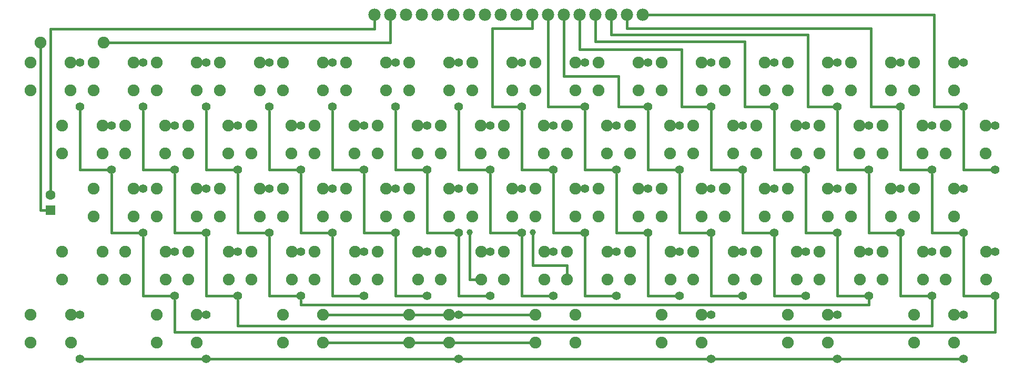
<source format=gtl>
G04 MADE WITH FRITZING*
G04 WWW.FRITZING.ORG*
G04 DOUBLE SIDED*
G04 HOLES PLATED*
G04 CONTOUR ON CENTER OF CONTOUR VECTOR*
%ASAXBY*%
%FSLAX23Y23*%
%MOIN*%
%OFA0B0*%
%SFA1.0B1.0*%
%ADD10C,0.075000*%
%ADD11C,0.062992*%
%ADD12C,0.055433*%
%ADD13C,0.078000*%
%ADD14C,0.039370*%
%ADD15R,0.062992X0.062992*%
%ADD16C,0.016000*%
%LNCOPPER1*%
G90*
G70*
G54D10*
X456Y1791D03*
X200Y1791D03*
X456Y1968D03*
X200Y1968D03*
X856Y1791D03*
X600Y1791D03*
X856Y1968D03*
X600Y1968D03*
X1256Y1791D03*
X1000Y1791D03*
X1256Y1968D03*
X1000Y1968D03*
X1656Y1791D03*
X1400Y1791D03*
X1656Y1968D03*
X1400Y1968D03*
X2056Y1791D03*
X1800Y1791D03*
X2056Y1968D03*
X1800Y1968D03*
X2456Y1791D03*
X2200Y1791D03*
X2456Y1968D03*
X2200Y1968D03*
X2856Y1791D03*
X2600Y1791D03*
X2856Y1968D03*
X2600Y1968D03*
X3256Y1791D03*
X3000Y1791D03*
X3256Y1968D03*
X3000Y1968D03*
X3656Y1791D03*
X3400Y1791D03*
X3656Y1968D03*
X3400Y1968D03*
X4056Y1791D03*
X3800Y1791D03*
X4056Y1968D03*
X3800Y1968D03*
X4456Y1791D03*
X4200Y1791D03*
X4456Y1968D03*
X4200Y1968D03*
X4856Y1791D03*
X4600Y1791D03*
X4856Y1968D03*
X4600Y1968D03*
X5256Y1791D03*
X5000Y1791D03*
X5256Y1968D03*
X5000Y1968D03*
X5656Y1791D03*
X5400Y1791D03*
X5656Y1968D03*
X5400Y1968D03*
X6056Y1791D03*
X5800Y1791D03*
X6056Y1968D03*
X5800Y1968D03*
X1856Y1390D03*
X1600Y1390D03*
X1856Y1568D03*
X1600Y1568D03*
X1456Y1390D03*
X1200Y1390D03*
X1456Y1568D03*
X1200Y1568D03*
X657Y1390D03*
X401Y1390D03*
X657Y1567D03*
X401Y1567D03*
X4656Y1390D03*
X4400Y1390D03*
X4656Y1568D03*
X4400Y1568D03*
X2656Y1390D03*
X2400Y1390D03*
X2656Y1568D03*
X2400Y1568D03*
X5856Y1390D03*
X5600Y1390D03*
X5856Y1568D03*
X5600Y1568D03*
X5056Y1390D03*
X4800Y1390D03*
X5056Y1568D03*
X4800Y1568D03*
X3056Y1390D03*
X2800Y1390D03*
X3056Y1568D03*
X2800Y1568D03*
X5456Y1390D03*
X5200Y1390D03*
X5456Y1568D03*
X5200Y1568D03*
X3856Y1390D03*
X3600Y1390D03*
X3856Y1568D03*
X3600Y1568D03*
X4256Y1390D03*
X4000Y1390D03*
X4256Y1568D03*
X4000Y1568D03*
X3456Y1390D03*
X3200Y1390D03*
X3456Y1568D03*
X3200Y1568D03*
X6256Y1390D03*
X6000Y1390D03*
X6256Y1568D03*
X6000Y1568D03*
X2256Y1390D03*
X2000Y1390D03*
X2256Y1568D03*
X2000Y1568D03*
X1056Y1390D03*
X800Y1390D03*
X1056Y1568D03*
X800Y1568D03*
X5857Y590D03*
X5601Y590D03*
X5857Y767D03*
X5601Y767D03*
X4657Y590D03*
X4401Y590D03*
X4657Y767D03*
X4401Y767D03*
X1656Y991D03*
X1400Y991D03*
X1656Y1168D03*
X1400Y1168D03*
X1256Y991D03*
X1000Y991D03*
X1256Y1168D03*
X1000Y1168D03*
X657Y590D03*
X401Y590D03*
X657Y767D03*
X401Y767D03*
X856Y991D03*
X600Y991D03*
X856Y1168D03*
X600Y1168D03*
X1057Y590D03*
X801Y590D03*
X1057Y767D03*
X801Y767D03*
X3457Y590D03*
X3201Y590D03*
X3457Y767D03*
X3201Y767D03*
X2257Y590D03*
X2001Y590D03*
X2257Y767D03*
X2001Y767D03*
X5457Y590D03*
X5201Y590D03*
X5457Y767D03*
X5201Y767D03*
X2657Y590D03*
X2401Y590D03*
X2657Y767D03*
X2401Y767D03*
X1857Y590D03*
X1601Y590D03*
X1857Y767D03*
X1601Y767D03*
X4856Y991D03*
X4600Y991D03*
X4856Y1168D03*
X4600Y1168D03*
X3057Y590D03*
X2801Y590D03*
X3057Y767D03*
X2801Y767D03*
X5057Y590D03*
X4801Y590D03*
X5057Y767D03*
X4801Y767D03*
X2856Y991D03*
X2600Y991D03*
X2856Y1168D03*
X2600Y1168D03*
X5656Y991D03*
X5400Y991D03*
X5656Y1168D03*
X5400Y1168D03*
X5256Y991D03*
X5000Y991D03*
X5256Y1168D03*
X5000Y1168D03*
X2456Y991D03*
X2200Y991D03*
X2456Y1168D03*
X2200Y1168D03*
X4056Y991D03*
X3800Y991D03*
X4056Y1168D03*
X3800Y1168D03*
X1457Y590D03*
X1201Y590D03*
X1457Y767D03*
X1201Y767D03*
X6257Y590D03*
X6001Y590D03*
X6257Y767D03*
X6001Y767D03*
X6056Y991D03*
X5800Y991D03*
X6056Y1168D03*
X5800Y1168D03*
X3656Y991D03*
X3400Y991D03*
X3656Y1168D03*
X3400Y1168D03*
X4456Y991D03*
X4200Y991D03*
X4456Y1168D03*
X4200Y1168D03*
X4257Y590D03*
X4001Y590D03*
X4257Y767D03*
X4001Y767D03*
X2056Y991D03*
X1800Y991D03*
X2056Y1168D03*
X1800Y1168D03*
X3256Y991D03*
X3000Y991D03*
X3256Y1168D03*
X3000Y1168D03*
X3857Y590D03*
X3601Y590D03*
X3857Y767D03*
X3601Y767D03*
X1256Y190D03*
X1000Y190D03*
X1256Y368D03*
X1000Y368D03*
X457Y190D03*
X201Y190D03*
X457Y367D03*
X201Y367D03*
X4456Y190D03*
X4200Y190D03*
X4456Y368D03*
X4200Y368D03*
X2856Y190D03*
X2600Y190D03*
X2856Y368D03*
X2600Y368D03*
X5256Y190D03*
X5000Y190D03*
X5256Y368D03*
X5000Y368D03*
X3656Y190D03*
X3400Y190D03*
X3656Y368D03*
X3400Y368D03*
X6056Y190D03*
X5800Y190D03*
X6056Y368D03*
X5800Y368D03*
X2056Y190D03*
X1800Y190D03*
X2056Y368D03*
X1800Y368D03*
G54D11*
X329Y1030D03*
X329Y1128D03*
G54D12*
X515Y1689D03*
X515Y1969D03*
X515Y1689D03*
X515Y1969D03*
X915Y1688D03*
X915Y1968D03*
X915Y1688D03*
X915Y1968D03*
X1314Y1688D03*
X1314Y1968D03*
X1314Y1688D03*
X1314Y1968D03*
X1714Y1688D03*
X1714Y1968D03*
X1714Y1688D03*
X1714Y1968D03*
X2114Y1688D03*
X2114Y1968D03*
X2114Y1688D03*
X2114Y1968D03*
X2914Y1688D03*
X2914Y1968D03*
X2914Y1688D03*
X2914Y1968D03*
X3714Y1688D03*
X3714Y1968D03*
X3714Y1688D03*
X3714Y1968D03*
X3314Y1688D03*
X3314Y1968D03*
X3314Y1688D03*
X3314Y1968D03*
X4114Y1688D03*
X4114Y1968D03*
X4114Y1688D03*
X4114Y1968D03*
X2514Y1688D03*
X2514Y1968D03*
X2514Y1688D03*
X2514Y1968D03*
X4515Y1688D03*
X4515Y1968D03*
X4515Y1688D03*
X4515Y1968D03*
X5714Y1688D03*
X5714Y1968D03*
X5714Y1688D03*
X5714Y1968D03*
X6114Y1688D03*
X6114Y1968D03*
X6114Y1688D03*
X6114Y1968D03*
X5314Y1688D03*
X5314Y1968D03*
X5314Y1688D03*
X5314Y1968D03*
X4915Y1688D03*
X4915Y1968D03*
X4915Y1688D03*
X4915Y1968D03*
X1513Y1288D03*
X1513Y1568D03*
X1513Y1288D03*
X1513Y1568D03*
X2714Y1288D03*
X2714Y1568D03*
X2714Y1288D03*
X2714Y1568D03*
X4314Y1288D03*
X4314Y1568D03*
X4314Y1288D03*
X4314Y1568D03*
X3114Y1288D03*
X3114Y1568D03*
X3114Y1288D03*
X3114Y1568D03*
X4715Y1289D03*
X4715Y1569D03*
X4715Y1289D03*
X4715Y1569D03*
X5914Y1288D03*
X5914Y1568D03*
X5914Y1288D03*
X5914Y1568D03*
X5514Y1288D03*
X5514Y1568D03*
X5514Y1288D03*
X5514Y1568D03*
X3514Y1288D03*
X3514Y1568D03*
X3514Y1288D03*
X3514Y1568D03*
X714Y1288D03*
X714Y1568D03*
X714Y1288D03*
X714Y1568D03*
X1114Y1288D03*
X1114Y1568D03*
X1114Y1288D03*
X1114Y1568D03*
X6314Y1288D03*
X6314Y1568D03*
X6314Y1288D03*
X6314Y1568D03*
X5115Y1288D03*
X5115Y1568D03*
X5115Y1288D03*
X5115Y1568D03*
X1913Y1288D03*
X1913Y1568D03*
X1913Y1288D03*
X1913Y1568D03*
X3914Y1288D03*
X3914Y1568D03*
X3914Y1288D03*
X3914Y1568D03*
X2313Y1288D03*
X2313Y1568D03*
X2313Y1288D03*
X2313Y1568D03*
X4115Y888D03*
X4115Y1168D03*
X4115Y888D03*
X4115Y1168D03*
X3715Y888D03*
X3715Y1168D03*
X3715Y888D03*
X3715Y1168D03*
X4515Y889D03*
X4515Y1169D03*
X4515Y889D03*
X4515Y1169D03*
X3315Y888D03*
X3315Y1168D03*
X3315Y888D03*
X3315Y1168D03*
X2915Y888D03*
X2915Y1168D03*
X2915Y888D03*
X2915Y1168D03*
X6115Y889D03*
X6115Y1169D03*
X6115Y889D03*
X6115Y1169D03*
X2515Y889D03*
X2515Y1169D03*
X2515Y889D03*
X2515Y1169D03*
X5315Y889D03*
X5315Y1169D03*
X5315Y889D03*
X5315Y1169D03*
X914Y888D03*
X914Y1168D03*
X914Y888D03*
X914Y1168D03*
X1714Y888D03*
X1714Y1168D03*
X1714Y888D03*
X1714Y1168D03*
X2114Y888D03*
X2114Y1168D03*
X2114Y888D03*
X2114Y1168D03*
X1314Y888D03*
X1314Y1168D03*
X1314Y888D03*
X1314Y1168D03*
X5715Y889D03*
X5715Y1169D03*
X5715Y889D03*
X5715Y1169D03*
X4915Y889D03*
X4915Y1169D03*
X4915Y889D03*
X4915Y1169D03*
X1914Y488D03*
X1914Y768D03*
X1914Y488D03*
X1914Y768D03*
X3115Y488D03*
X3115Y768D03*
X3115Y488D03*
X3115Y768D03*
X4715Y489D03*
X4715Y769D03*
X4715Y489D03*
X4715Y769D03*
X5515Y489D03*
X5515Y769D03*
X5515Y489D03*
X5515Y769D03*
X2314Y488D03*
X2314Y768D03*
X2314Y488D03*
X2314Y768D03*
X1514Y488D03*
X1514Y768D03*
X1514Y488D03*
X1514Y768D03*
X2715Y489D03*
X2715Y769D03*
X2715Y489D03*
X2715Y769D03*
X1114Y488D03*
X1114Y768D03*
X1114Y488D03*
X1114Y768D03*
X4315Y488D03*
X4315Y768D03*
X4315Y488D03*
X4315Y768D03*
X6315Y489D03*
X6315Y769D03*
X6315Y489D03*
X6315Y769D03*
X5915Y489D03*
X5915Y769D03*
X5915Y489D03*
X5915Y769D03*
X3915Y488D03*
X3915Y768D03*
X3915Y488D03*
X3915Y768D03*
X3515Y488D03*
X3515Y768D03*
X3515Y488D03*
X3515Y768D03*
X5115Y489D03*
X5115Y769D03*
X5115Y489D03*
X5115Y769D03*
X514Y89D03*
X514Y369D03*
X514Y89D03*
X514Y369D03*
X5315Y89D03*
X5315Y369D03*
X5315Y89D03*
X5315Y369D03*
X6115Y89D03*
X6115Y369D03*
X6115Y89D03*
X6115Y369D03*
X4515Y89D03*
X4515Y369D03*
X4515Y89D03*
X4515Y369D03*
X1314Y88D03*
X1314Y368D03*
X1314Y88D03*
X1314Y368D03*
X2915Y88D03*
X2915Y368D03*
X2915Y88D03*
X2915Y368D03*
G54D13*
X2381Y2271D03*
X2481Y2271D03*
X2581Y2271D03*
X2681Y2271D03*
X2781Y2271D03*
X2881Y2271D03*
X2981Y2271D03*
X3081Y2271D03*
X3181Y2271D03*
X3281Y2271D03*
X3381Y2271D03*
X3481Y2271D03*
X3581Y2271D03*
X3681Y2271D03*
X3781Y2271D03*
X3881Y2271D03*
X3981Y2271D03*
X4081Y2271D03*
G54D14*
X2983Y891D03*
X3383Y891D03*
G54D10*
X264Y2095D03*
X664Y2095D03*
G54D15*
X329Y1030D03*
G54D16*
X485Y1969D02*
X486Y1969D01*
D02*
X884Y1968D02*
X886Y1968D01*
D02*
X1284Y1968D02*
X1285Y1968D01*
D02*
X1684Y1968D02*
X1685Y1968D01*
D02*
X2084Y1968D02*
X2085Y1968D01*
D02*
X2484Y1968D02*
X2486Y1968D01*
D02*
X2884Y1968D02*
X2886Y1968D01*
D02*
X3284Y1968D02*
X3285Y1968D01*
D02*
X3684Y1968D02*
X3685Y1968D01*
D02*
X4084Y1968D02*
X4085Y1968D01*
D02*
X4484Y1968D02*
X4486Y1968D01*
D02*
X4884Y1968D02*
X4886Y1968D01*
D02*
X5284Y1968D02*
X5285Y1968D01*
D02*
X5684Y1968D02*
X5685Y1968D01*
D02*
X6084Y1968D02*
X6085Y1968D01*
D02*
X685Y1568D02*
X685Y1568D01*
D02*
X1085Y1568D02*
X1085Y1568D01*
D02*
X1485Y1568D02*
X1484Y1568D01*
D02*
X1885Y1568D02*
X1884Y1568D01*
D02*
X2285Y1568D02*
X2284Y1568D01*
D02*
X2685Y1568D02*
X2685Y1568D01*
D02*
X3085Y1568D02*
X3086Y1568D01*
D02*
X3485Y1568D02*
X3485Y1568D01*
D02*
X3885Y1568D02*
X3885Y1568D01*
D02*
X4285Y1568D02*
X4285Y1568D01*
D02*
X4685Y1568D02*
X4686Y1568D01*
D02*
X5085Y1568D02*
X5086Y1568D01*
D02*
X5485Y1568D02*
X5485Y1568D01*
D02*
X5885Y1568D02*
X5885Y1568D01*
D02*
X6285Y1568D02*
X6285Y1568D01*
D02*
X884Y1168D02*
X886Y1168D01*
D02*
X1284Y1168D02*
X1285Y1168D01*
D02*
X1684Y1168D02*
X1685Y1168D01*
D02*
X2084Y1168D02*
X2085Y1168D01*
D02*
X2484Y1169D02*
X2486Y1169D01*
D02*
X2884Y1168D02*
X2886Y1168D01*
D02*
X3284Y1168D02*
X3286Y1168D01*
D02*
X3684Y1168D02*
X3686Y1168D01*
D02*
X4084Y1168D02*
X4086Y1168D01*
D02*
X4484Y1169D02*
X4487Y1169D01*
D02*
X4884Y1168D02*
X4887Y1168D01*
D02*
X5284Y1168D02*
X5286Y1168D01*
D02*
X5684Y1168D02*
X5686Y1168D01*
D02*
X6084Y1168D02*
X6086Y1168D01*
D02*
X1085Y768D02*
X1086Y768D01*
D02*
X1485Y768D02*
X1485Y768D01*
D02*
X1885Y768D02*
X1885Y768D01*
D02*
X2285Y768D02*
X2285Y768D01*
D02*
X2685Y768D02*
X2686Y768D01*
D02*
X3085Y768D02*
X3086Y768D01*
D02*
X3485Y768D02*
X3486Y768D01*
D02*
X3885Y768D02*
X3886Y768D01*
D02*
X4285Y768D02*
X4286Y768D01*
D02*
X4685Y768D02*
X4687Y768D01*
D02*
X5085Y768D02*
X5087Y768D01*
D02*
X5485Y768D02*
X5486Y768D01*
D02*
X5885Y768D02*
X5886Y768D01*
D02*
X6285Y768D02*
X6286Y768D01*
D02*
X6085Y368D02*
X6086Y368D01*
D02*
X5285Y368D02*
X5286Y368D01*
D02*
X4485Y368D02*
X4487Y368D01*
D02*
X2885Y368D02*
X2886Y368D01*
D02*
X1285Y368D02*
X1285Y368D01*
D02*
X485Y368D02*
X486Y368D01*
D02*
X515Y1288D02*
X515Y1660D01*
D02*
X685Y1288D02*
X515Y1288D01*
D02*
X714Y888D02*
X886Y888D01*
D02*
X714Y1259D02*
X714Y888D01*
D02*
X914Y488D02*
X1086Y488D01*
D02*
X914Y859D02*
X914Y488D01*
D02*
X915Y1288D02*
X1085Y1288D01*
D02*
X915Y1659D02*
X915Y1288D01*
D02*
X1114Y1259D02*
X1114Y888D01*
D02*
X1114Y888D02*
X1285Y888D01*
D02*
X1314Y488D02*
X1485Y488D01*
D02*
X1314Y859D02*
X1314Y488D01*
D02*
X1314Y1288D02*
X1484Y1288D01*
D02*
X1314Y1659D02*
X1314Y1288D01*
D02*
X1513Y1259D02*
X1513Y888D01*
D02*
X1513Y888D02*
X1685Y888D01*
D02*
X1714Y488D02*
X1885Y488D01*
D02*
X1714Y859D02*
X1714Y488D01*
D02*
X1714Y1288D02*
X1884Y1288D01*
D02*
X1714Y1659D02*
X1714Y1288D01*
D02*
X1913Y1259D02*
X1913Y888D01*
D02*
X1913Y888D02*
X2085Y888D01*
D02*
X2114Y488D02*
X2285Y488D01*
D02*
X2114Y859D02*
X2114Y488D01*
D02*
X2114Y1288D02*
X2114Y1659D01*
D02*
X2284Y1288D02*
X2114Y1288D01*
D02*
X2313Y889D02*
X2486Y889D01*
D02*
X2313Y1259D02*
X2313Y889D01*
D02*
X2515Y489D02*
X2686Y489D01*
D02*
X2515Y860D02*
X2515Y489D01*
D02*
X2685Y1288D02*
X2514Y1288D01*
D02*
X2514Y1288D02*
X2514Y1659D01*
D02*
X2714Y888D02*
X2886Y888D01*
D02*
X2714Y1260D02*
X2714Y888D01*
D02*
X2915Y488D02*
X3086Y488D01*
D02*
X2915Y860D02*
X2915Y488D01*
D02*
X3086Y1288D02*
X2914Y1288D01*
D02*
X2914Y1288D02*
X2914Y1659D01*
D02*
X3114Y888D02*
X3286Y888D01*
D02*
X3114Y1259D02*
X3114Y888D01*
D02*
X3315Y860D02*
X3315Y488D01*
D02*
X3315Y488D02*
X3486Y488D01*
D02*
X3314Y1288D02*
X3485Y1288D01*
D02*
X3314Y1659D02*
X3314Y1288D01*
D02*
X3514Y888D02*
X3686Y888D01*
D02*
X3514Y1259D02*
X3514Y888D01*
D02*
X3715Y860D02*
X3715Y488D01*
D02*
X3715Y488D02*
X3886Y488D01*
D02*
X3714Y1288D02*
X3714Y1659D01*
D02*
X3885Y1288D02*
X3714Y1288D01*
D02*
X3914Y888D02*
X4086Y888D01*
D02*
X3914Y1259D02*
X3914Y888D01*
D02*
X4115Y488D02*
X4286Y488D01*
D02*
X4115Y860D02*
X4115Y488D01*
D02*
X4114Y1288D02*
X4114Y1659D01*
D02*
X4285Y1288D02*
X4114Y1288D01*
D02*
X4314Y1259D02*
X4314Y889D01*
D02*
X4314Y889D02*
X4487Y889D01*
D02*
X4515Y489D02*
X4687Y489D01*
D02*
X4515Y860D02*
X4515Y489D01*
D02*
X4686Y1289D02*
X4515Y1289D01*
D02*
X4515Y1289D02*
X4515Y1660D01*
D02*
X4715Y1260D02*
X4715Y889D01*
D02*
X4715Y889D02*
X4887Y889D01*
D02*
X4915Y489D02*
X5087Y489D01*
D02*
X4915Y860D02*
X4915Y489D01*
D02*
X4915Y1288D02*
X5086Y1288D01*
D02*
X4915Y1659D02*
X4915Y1288D01*
D02*
X5115Y889D02*
X5286Y889D01*
D02*
X5115Y1259D02*
X5115Y889D01*
D02*
X5315Y489D02*
X5486Y489D01*
D02*
X5315Y860D02*
X5315Y489D01*
D02*
X5314Y1659D02*
X5314Y1288D01*
D02*
X5314Y1288D02*
X5485Y1288D01*
D02*
X5514Y889D02*
X5686Y889D01*
D02*
X5514Y1259D02*
X5514Y889D01*
D02*
X5715Y489D02*
X5886Y489D01*
D02*
X5715Y860D02*
X5715Y489D01*
D02*
X5885Y1288D02*
X5714Y1288D01*
D02*
X5714Y1288D02*
X5714Y1659D01*
D02*
X5914Y889D02*
X6086Y889D01*
D02*
X5914Y1259D02*
X5914Y889D01*
D02*
X6115Y860D02*
X6115Y489D01*
D02*
X6115Y489D02*
X6286Y489D01*
D02*
X6285Y1288D02*
X6114Y1288D01*
D02*
X6114Y1288D02*
X6114Y1659D01*
D02*
X1285Y88D02*
X543Y89D01*
D02*
X4544Y89D02*
X5286Y89D01*
D02*
X5344Y89D02*
X6086Y89D01*
D02*
X4487Y89D02*
X2944Y88D01*
D02*
X1343Y88D02*
X2886Y88D01*
D02*
X2572Y368D02*
X2085Y368D01*
D02*
X2828Y368D02*
X2629Y368D01*
D02*
X2944Y368D02*
X3372Y368D01*
D02*
X2983Y590D02*
X2983Y872D01*
D02*
X3028Y590D02*
X2983Y590D01*
D02*
X3383Y680D02*
X3383Y872D01*
D02*
X3601Y680D02*
X3383Y680D01*
D02*
X3601Y619D02*
X3601Y680D01*
D02*
X2381Y2180D02*
X329Y2180D01*
D02*
X329Y2180D02*
X329Y1150D01*
D02*
X2381Y2246D02*
X2381Y2180D01*
D02*
X1114Y259D02*
X1114Y459D01*
D02*
X6315Y259D02*
X1114Y259D01*
D02*
X6315Y460D02*
X6315Y259D01*
D02*
X1514Y299D02*
X1514Y459D01*
D02*
X5915Y299D02*
X1514Y299D01*
D02*
X5915Y460D02*
X5915Y299D01*
D02*
X1914Y432D02*
X1914Y459D01*
D02*
X5515Y460D02*
X5515Y432D01*
D02*
X5515Y432D02*
X1914Y432D01*
D02*
X5928Y2271D02*
X4111Y2271D01*
D02*
X5928Y1688D02*
X5928Y2271D01*
D02*
X6085Y1688D02*
X5928Y1688D01*
D02*
X5528Y2185D02*
X3981Y2185D01*
D02*
X3981Y2185D02*
X3981Y2240D01*
D02*
X5528Y1688D02*
X5528Y2185D01*
D02*
X5685Y1688D02*
X5528Y1688D01*
D02*
X3881Y2144D02*
X3881Y2240D01*
D02*
X5128Y2144D02*
X3881Y2144D01*
D02*
X5285Y1688D02*
X5128Y1688D01*
D02*
X5128Y1688D02*
X5128Y2144D01*
D02*
X3781Y2102D02*
X3781Y2240D01*
D02*
X4728Y2102D02*
X3781Y2102D01*
D02*
X4728Y1688D02*
X4728Y2102D01*
D02*
X4886Y1688D02*
X4728Y1688D01*
D02*
X2085Y190D02*
X2572Y190D01*
D02*
X2629Y190D02*
X2828Y190D01*
D02*
X2885Y190D02*
X3372Y190D01*
D02*
X3681Y2052D02*
X4328Y2052D01*
D02*
X4328Y2052D02*
X4328Y1688D01*
D02*
X3681Y2240D02*
X3681Y2052D01*
D02*
X4328Y1688D02*
X4486Y1688D01*
D02*
X3581Y1880D02*
X3928Y1880D01*
D02*
X3928Y1880D02*
X3928Y1688D01*
D02*
X3928Y1688D02*
X4085Y1688D01*
D02*
X3581Y2240D02*
X3581Y1880D01*
D02*
X3481Y1688D02*
X3685Y1688D01*
D02*
X3481Y2240D02*
X3481Y1688D01*
D02*
X3128Y2185D02*
X3128Y1688D01*
D02*
X3381Y2185D02*
X3128Y2185D01*
D02*
X3128Y1688D02*
X3285Y1688D01*
D02*
X3381Y2240D02*
X3381Y2185D01*
D02*
X2481Y2095D02*
X692Y2095D01*
D02*
X2481Y2240D02*
X2481Y2095D01*
D02*
X302Y1030D02*
X264Y1030D01*
D02*
X264Y1030D02*
X264Y2066D01*
G04 End of Copper1*
M02*
</source>
